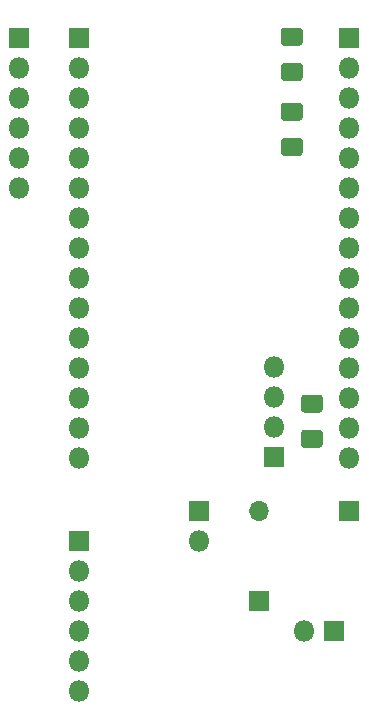
<source format=gbr>
%TF.GenerationSoftware,KiCad,Pcbnew,(5.1.6-0)*%
%TF.CreationDate,2022-10-03T16:44:33+02:00*%
%TF.ProjectId,Ouidire_v1,4f756964-6972-4655-9f76-312e6b696361,rev?*%
%TF.SameCoordinates,Original*%
%TF.FileFunction,Soldermask,Top*%
%TF.FilePolarity,Negative*%
%FSLAX46Y46*%
G04 Gerber Fmt 4.6, Leading zero omitted, Abs format (unit mm)*
G04 Created by KiCad (PCBNEW (5.1.6-0)) date 2022-10-03 16:44:33*
%MOMM*%
%LPD*%
G01*
G04 APERTURE LIST*
%ADD10R,1.800000X1.800000*%
%ADD11O,1.800000X1.800000*%
%ADD12R,1.700000X1.700000*%
%ADD13O,1.700000X1.700000*%
G04 APERTURE END LIST*
D10*
%TO.C,PCM5102*%
X127000000Y-76755001D03*
D11*
X127000000Y-79295001D03*
X127000000Y-81835001D03*
X127000000Y-84375001D03*
X127000000Y-86915001D03*
X127000000Y-89455001D03*
%TD*%
D10*
%TO.C,JST_LedBtn1*%
X148590000Y-112268000D03*
D11*
X148590000Y-109728000D03*
X148590000Y-107188000D03*
X148590000Y-104648000D03*
%TD*%
%TO.C,Coil1*%
X142240000Y-119380000D03*
D10*
X142240000Y-116840000D03*
%TD*%
%TO.C,Coil2*%
X153670000Y-127000000D03*
D11*
X151130000Y-127000000D03*
%TD*%
D12*
%TO.C,D1*%
X147320000Y-124460000D03*
D13*
X147320000Y-116840000D03*
%TD*%
D10*
%TO.C,VUSB+*%
X154940000Y-116840000D03*
%TD*%
%TO.C,R1*%
G36*
G01*
X150720656Y-86755800D02*
X149405744Y-86755800D01*
G75*
G02*
X149138200Y-86488256I0J267544D01*
G01*
X149138200Y-85498344D01*
G75*
G02*
X149405744Y-85230800I267544J0D01*
G01*
X150720656Y-85230800D01*
G75*
G02*
X150988200Y-85498344I0J-267544D01*
G01*
X150988200Y-86488256D01*
G75*
G02*
X150720656Y-86755800I-267544J0D01*
G01*
G37*
G36*
G01*
X150720656Y-83780800D02*
X149405744Y-83780800D01*
G75*
G02*
X149138200Y-83513256I0J267544D01*
G01*
X149138200Y-82523344D01*
G75*
G02*
X149405744Y-82255800I267544J0D01*
G01*
X150720656Y-82255800D01*
G75*
G02*
X150988200Y-82523344I0J-267544D01*
G01*
X150988200Y-83513256D01*
G75*
G02*
X150720656Y-83780800I-267544J0D01*
G01*
G37*
%TD*%
%TO.C,R2*%
G36*
G01*
X150720656Y-77430800D02*
X149405744Y-77430800D01*
G75*
G02*
X149138200Y-77163256I0J267544D01*
G01*
X149138200Y-76173344D01*
G75*
G02*
X149405744Y-75905800I267544J0D01*
G01*
X150720656Y-75905800D01*
G75*
G02*
X150988200Y-76173344I0J-267544D01*
G01*
X150988200Y-77163256D01*
G75*
G02*
X150720656Y-77430800I-267544J0D01*
G01*
G37*
G36*
G01*
X150720656Y-80405800D02*
X149405744Y-80405800D01*
G75*
G02*
X149138200Y-80138256I0J267544D01*
G01*
X149138200Y-79148344D01*
G75*
G02*
X149405744Y-78880800I267544J0D01*
G01*
X150720656Y-78880800D01*
G75*
G02*
X150988200Y-79148344I0J-267544D01*
G01*
X150988200Y-80138256D01*
G75*
G02*
X150720656Y-80405800I-267544J0D01*
G01*
G37*
%TD*%
%TO.C,R3*%
G36*
G01*
X152422456Y-111470000D02*
X151107544Y-111470000D01*
G75*
G02*
X150840000Y-111202456I0J267544D01*
G01*
X150840000Y-110212544D01*
G75*
G02*
X151107544Y-109945000I267544J0D01*
G01*
X152422456Y-109945000D01*
G75*
G02*
X152690000Y-110212544I0J-267544D01*
G01*
X152690000Y-111202456D01*
G75*
G02*
X152422456Y-111470000I-267544J0D01*
G01*
G37*
G36*
G01*
X152422456Y-108495000D02*
X151107544Y-108495000D01*
G75*
G02*
X150840000Y-108227456I0J267544D01*
G01*
X150840000Y-107237544D01*
G75*
G02*
X151107544Y-106970000I267544J0D01*
G01*
X152422456Y-106970000D01*
G75*
G02*
X152690000Y-107237544I0J-267544D01*
G01*
X152690000Y-108227456D01*
G75*
G02*
X152422456Y-108495000I-267544J0D01*
G01*
G37*
%TD*%
D11*
%TO.C,SeeedRFID1*%
X132080000Y-132080000D03*
X132080000Y-129540000D03*
X132080000Y-127000000D03*
X132080000Y-124460000D03*
X132080000Y-121920000D03*
D10*
X132080000Y-119380000D03*
%TD*%
%TO.C,TTGO_T8_V1.7_L1*%
X154940000Y-76755001D03*
D11*
X154940000Y-79295001D03*
X154940000Y-81835001D03*
X154940000Y-84375001D03*
X154940000Y-86915001D03*
X154940000Y-89455001D03*
X154940000Y-91995001D03*
X154940000Y-94535001D03*
X154940000Y-97075001D03*
X154940000Y-99615001D03*
X154940000Y-102155001D03*
X154940000Y-104695001D03*
X154940000Y-107235001D03*
X154940000Y-109775001D03*
X154940000Y-112315001D03*
%TD*%
%TO.C,TTGO_T8_V1.7_R1*%
X132080000Y-112315001D03*
X132080000Y-109775001D03*
X132080000Y-107235001D03*
X132080000Y-104695001D03*
X132080000Y-102155001D03*
X132080000Y-99615001D03*
X132080000Y-97075001D03*
X132080000Y-94535001D03*
X132080000Y-91995001D03*
X132080000Y-89455001D03*
X132080000Y-86915001D03*
X132080000Y-84375001D03*
X132080000Y-81835001D03*
X132080000Y-79295001D03*
D10*
X132080000Y-76755001D03*
%TD*%
M02*

</source>
